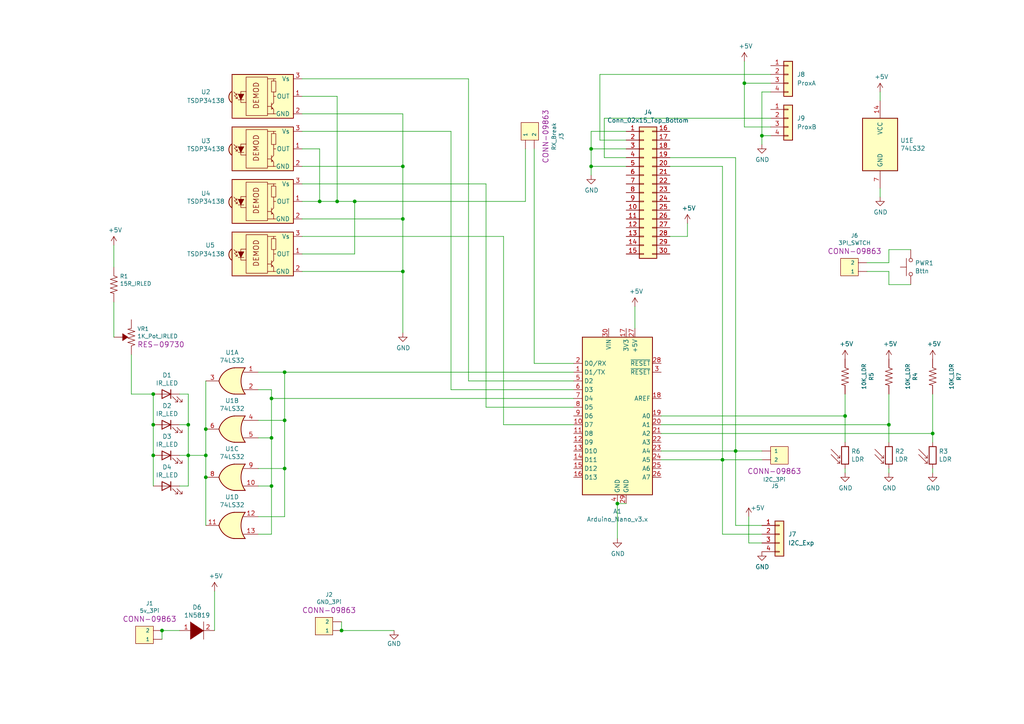
<source format=kicad_sch>
(kicad_sch (version 20230121) (generator eeschema)
  (paper "A4")
  (lib_symbols
    (symbol "74xx:74LS32" (pin_names (offset 1.016))
      (property "Reference" "U" (at 0 1.27 0))
      (property "Value" "74LS32" (at 0 -1.27 0))
      (symbol "74LS32_1_1"
        (arc (start -3.81 -3.81) (mid -2.589 0) (end -3.81 3.81) (stroke (width 0.254)))
        (arc (start -0.6096 -3.81) (mid 2.1842 -2.5851) (end 3.81 0) (stroke (width 0.254)) (fill (type background)))
        (polyline (pts (xy -3.81 -3.81) (xy -0.635 -3.81)) (stroke (width 0.254)) (fill (type background)))
        (polyline (pts (xy -3.81 3.81) (xy -0.635 3.81)) (stroke (width 0.254)) (fill (type background)))
        (polyline (pts (xy -0.635 3.81) (xy -3.81 3.81) (xy -3.81 3.81) (xy -3.556 3.4036) (xy -3.0226 2.2606) (xy -2.6924 1.0414) (xy -2.6162 -0.254) (xy -2.7686 -1.4986) (xy -3.175 -2.7178) (xy -3.81 -3.81) (xy -3.81 -3.81) (xy -0.635 -3.81)) (stroke (width -25.4)) (fill (type background)))
        (arc (start 3.81 0) (mid 2.1915 2.5936) (end -0.6096 3.81) (stroke (width 0.254)) (fill (type background)))
        (pin input line (at -7.62 2.54 0) (length 4.318) (name "~") (number "1"))
        (pin input line (at -7.62 -2.54 0) (length 4.318) (name "~") (number "2"))
        (pin output line (at 7.62 0 180) (length 3.81) (name "~") (number "3"))
      )
      (symbol "74LS32_1_2"
        (arc (start 0 -3.81) (mid 3.7934 0) (end 0 3.81) (stroke (width 0.254)) (fill (type background)))
        (polyline (pts (xy 0 3.81) (xy -3.81 3.81) (xy -3.81 -3.81) (xy 0 -3.81)) (stroke (width 0.254)) (fill (type background)))
        (pin input inverted (at -7.62 2.54 0) (length 3.81) (name "~") (number "1"))
        (pin input inverted (at -7.62 -2.54 0) (length 3.81) (name "~") (number "2"))
        (pin output inverted (at 7.62 0 180) (length 3.81) (name "~") (number "3"))
      )
      (symbol "74LS32_2_1"
        (arc (start -3.81 -3.81) (mid -2.589 0) (end -3.81 3.81) (stroke (width 0.254)))
        (arc (start -0.6096 -3.81) (mid 2.1842 -2.5851) (end 3.81 0) (stroke (width 0.254)) (fill (type background)))
        (polyline (pts (xy -3.81 -3.81) (xy -0.635 -3.81)) (stroke (width 0.254)) (fill (type background)))
        (polyline (pts (xy -3.81 3.81) (xy -0.635 3.81)) (stroke (width 0.254)) (fill (type background)))
        (polyline (pts (xy -0.635 3.81) (xy -3.81 3.81) (xy -3.81 3.81) (xy -3.556 3.4036) (xy -3.0226 2.2606) (xy -2.6924 1.0414) (xy -2.6162 -0.254) (xy -2.7686 -1.4986) (xy -3.175 -2.7178) (xy -3.81 -3.81) (xy -3.81 -3.81) (xy -0.635 -3.81)) (stroke (width -25.4)) (fill (type background)))
        (arc (start 3.81 0) (mid 2.1915 2.5936) (end -0.6096 3.81) (stroke (width 0.254)) (fill (type background)))
        (pin input line (at -7.62 2.54 0) (length 4.318) (name "~") (number "4"))
        (pin input line (at -7.62 -2.54 0) (length 4.318) (name "~") (number "5"))
        (pin output line (at 7.62 0 180) (length 3.81) (name "~") (number "6"))
      )
      (symbol "74LS32_2_2"
        (arc (start 0 -3.81) (mid 3.7934 0) (end 0 3.81) (stroke (width 0.254)) (fill (type background)))
        (polyline (pts (xy 0 3.81) (xy -3.81 3.81) (xy -3.81 -3.81) (xy 0 -3.81)) (stroke (width 0.254)) (fill (type background)))
        (pin input inverted (at -7.62 2.54 0) (length 3.81) (name "~") (number "4"))
        (pin input inverted (at -7.62 -2.54 0) (length 3.81) (name "~") (number "5"))
        (pin output inverted (at 7.62 0 180) (length 3.81) (name "~") (number "6"))
      )
      (symbol "74LS32_3_1"
        (arc (start -3.81 -3.81) (mid -2.589 0) (end -3.81 3.81) (stroke (width 0.254)))
        (arc (start -0.6096 -3.81) (mid 2.1842 -2.5851) (end 3.81 0) (stroke (width 0.254)) (fill (type background)))
        (polyline (pts (xy -3.81 -3.81) (xy -0.635 -3.81)) (stroke (width 0.254)) (fill (type background)))
        (polyline (pts (xy -3.81 3.81) (xy -0.635 3.81)) (stroke (width 0.254)) (fill (type background)))
        (polyline (pts (xy -0.635 3.81) (xy -3.81 3.81) (xy -3.81 3.81) (xy -3.556 3.4036) (xy -3.0226 2.2606) (xy -2.6924 1.0414) (xy -2.6162 -0.254) (xy -2.7686 -1.4986) (xy -3.175 -2.7178) (xy -3.81 -3.81) (xy -3.81 -3.81) (xy -0.635 -3.81)) (stroke (width -25.4)) (fill (type background)))
        (arc (start 3.81 0) (mid 2.1915 2.5936) (end -0.6096 3.81) (stroke (width 0.254)) (fill (type background)))
        (pin input line (at -7.62 -2.54 0) (length 4.318) (name "~") (number "10"))
        (pin output line (at 7.62 0 180) (length 3.81) (name "~") (number "8"))
        (pin input line (at -7.62 2.54 0) (length 4.318) (name "~") (number "9"))
      )
      (symbol "74LS32_3_2"
        (arc (start 0 -3.81) (mid 3.7934 0) (end 0 3.81) (stroke (width 0.254)) (fill (type background)))
        (polyline (pts (xy 0 3.81) (xy -3.81 3.81) (xy -3.81 -3.81) (xy 0 -3.81)) (stroke (width 0.254)) (fill (type background)))
        (pin input inverted (at -7.62 -2.54 0) (length 3.81) (name "~") (number "10"))
        (pin output inverted (at 7.62 0 180) (length 3.81) (name "~") (number "8"))
        (pin input inverted (at -7.62 2.54 0) (length 3.81) (name "~") (number "9"))
      )
      (symbol "74LS32_4_1"
        (arc (start -3.81 -3.81) (mid -2.589 0) (end -3.81 3.81) (stroke (width 0.254)))
        (arc (start -0.6096 -3.81) (mid 2.1842 -2.5851) (end 3.81 0) (stroke (width 0.254)) (fill (type background)))
        (polyline (pts (xy -3.81 -3.81) (xy -0.635 -3.81)) (stroke (width 0.254)) (fill (type background)))
        (polyline (pts (xy -3.81 3.81) (xy -0.635 3.81)) (stroke (width 0.254)) (fill (type background)))
        (polyline (pts (xy -0.635 3.81) (xy -3.81 3.81) (xy -3.81 3.81) (xy -3.556 3.4036) (xy -3.0226 2.2606) (xy -2.6924 1.0414) (xy -2.6162 -0.254) (xy -2.7686 -1.4986) (xy -3.175 -2.7178) (xy -3.81 -3.81) (xy -3.81 -3.81) (xy -0.635 -3.81)) (stroke (width -25.4)) (fill (type background)))
        (arc (start 3.81 0) (mid 2.1915 2.5936) (end -0.6096 3.81) (stroke (width 0.254)) (fill (type background)))
        (pin output line (at 7.62 0 180) (length 3.81) (name "~") (number "11"))
        (pin input line (at -7.62 2.54 0) (length 4.318) (name "~") (number "12"))
        (pin input line (at -7.62 -2.54 0) (length 4.318) (name "~") (number "13"))
      )
      (symbol "74LS32_4_2"
        (arc (start 0 -3.81) (mid 3.7934 0) (end 0 3.81) (stroke (width 0.254)) (fill (type background)))
        (polyline (pts (xy 0 3.81) (xy -3.81 3.81) (xy -3.81 -3.81) (xy 0 -3.81)) (stroke (width 0.254)) (fill (type background)))
        (pin output inverted (at 7.62 0 180) (length 3.81) (name "~") (number "11"))
        (pin input inverted (at -7.62 2.54 0) (length 3.81) (name "~") (number "12"))
        (pin input inverted (at -7.62 -2.54 0) (length 3.81) (name "~") (number "13"))
      )
      (symbol "74LS32_5_0"
        (pin power_in line (at 0 12.7 270) (length 5.08) (name "VCC") (number "14"))
        (pin power_in line (at 0 -12.7 90) (length 5.08) (name "GND") (number "7"))
      )
      (symbol "74LS32_5_1"
        (rectangle (start -5.08 7.62) (end 5.08 -7.62) (stroke (width 0.254)) (fill (type background)))
      )
    )
    (symbol "CONN_02JST-PTH-2_1" (pin_numbers hide) (pin_names (offset 1.016))
      (property "Reference" "J" (at -5.08 5.08 0))
      (property "Value" "SparkFun-Connectors_CONN_02JST-PTH-2" (at -5.08 -3.81 0))
      (property "Field4" "CONN-09863" (at 0 8.89 0))
      (symbol "CONN_02JST-PTH-2_1_1_0"
        (rectangle (start 0 -1.27) (end -5.08 3.81) (fill (type background)))
      )
      (symbol "CONN_02JST-PTH-2_1_1_1"
        (pin passive line (at 2.54 0 180) (length 2.54) (name "1") (number "1"))
        (pin passive line (at 2.54 2.54 180) (length 2.54) (name "2") (number "2"))
      )
    )
    (symbol "CONN_02JST-PTH-2_2" (pin_numbers hide) (pin_names (offset 1.016))
      (property "Reference" "J" (at -5.08 5.08 0))
      (property "Value" "SparkFun-Connectors_CONN_02JST-PTH-2" (at -5.08 -3.81 0))
      (property "Field4" "CONN-09863" (at 0 8.89 0))
      (symbol "CONN_02JST-PTH-2_2_1_0"
        (rectangle (start 0 -1.27) (end -5.08 3.81) (fill (type background)))
      )
      (symbol "CONN_02JST-PTH-2_2_1_1"
        (pin passive line (at 2.54 0 180) (length 2.54) (name "1") (number "1"))
        (pin passive line (at 2.54 2.54 180) (length 2.54) (name "2") (number "2"))
      )
    )
    (symbol "CONN_02JST-PTH-2_3" (pin_numbers hide) (pin_names (offset 1.016))
      (property "Reference" "J" (at -5.08 5.08 0))
      (property "Value" "SparkFun-Connectors_CONN_02JST-PTH-2" (at -5.08 -3.81 0))
      (property "Field4" "CONN-09863" (at 0 8.89 0))
      (symbol "CONN_02JST-PTH-2_3_1_0"
        (rectangle (start 0 -1.27) (end -5.08 3.81) (fill (type background)))
      )
      (symbol "CONN_02JST-PTH-2_3_1_1"
        (pin passive line (at 2.54 0 180) (length 2.54) (name "1") (number "1"))
        (pin passive line (at 2.54 2.54 180) (length 2.54) (name "2") (number "2"))
      )
    )
    (symbol "CONN_02JST-PTH-2_4" (pin_numbers hide) (pin_names (offset 1.016))
      (property "Reference" "J" (at -5.08 5.08 0))
      (property "Value" "SparkFun-Connectors_CONN_02JST-PTH-2" (at -5.08 -3.81 0))
      (property "Field4" "CONN-09863" (at 0 8.89 0))
      (symbol "CONN_02JST-PTH-2_4_1_0"
        (rectangle (start 0 -1.27) (end -5.08 3.81) (fill (type background)))
      )
      (symbol "CONN_02JST-PTH-2_4_1_1"
        (pin passive line (at 2.54 0 180) (length 2.54) (name "1") (number "1"))
        (pin passive line (at 2.54 2.54 180) (length 2.54) (name "2") (number "2"))
      )
    )
    (symbol "CONN_02JST-PTH-2_5" (pin_numbers hide) (pin_names (offset 1.016))
      (property "Reference" "J" (at -5.08 5.08 0))
      (property "Value" "SparkFun-Connectors_CONN_02JST-PTH-2" (at -5.08 -3.81 0))
      (property "Field4" "CONN-09863" (at 0 8.89 0))
      (symbol "CONN_02JST-PTH-2_5_1_0"
        (rectangle (start 0 -1.27) (end -5.08 3.81) (fill (type background)))
      )
      (symbol "CONN_02JST-PTH-2_5_1_1"
        (pin passive line (at 2.54 0 180) (length 2.54) (name "1") (number "1"))
        (pin passive line (at 2.54 2.54 180) (length 2.54) (name "2") (number "2"))
      )
    )
    (symbol "Connector_Generic:Conn_01x04" (pin_names (offset 1.016) hide)
      (property "Reference" "J" (at 0 5.08 0))
      (property "Value" "Conn_01x04" (at 0 -7.62 0))
      (symbol "Conn_01x04_1_1"
        (rectangle (start -1.27 -4.953) (end 0 -5.207) (stroke (width 0.1524)))
        (rectangle (start -1.27 -2.413) (end 0 -2.667) (stroke (width 0.1524)))
        (rectangle (start -1.27 0.127) (end 0 -0.127) (stroke (width 0.1524)))
        (rectangle (start -1.27 2.667) (end 0 2.413) (stroke (width 0.1524)))
        (rectangle (start -1.27 3.81) (end 1.27 -6.35) (stroke (width 0.254)) (fill (type background)))
        (pin passive line (at -5.08 2.54 0) (length 3.81) (name "Pin_1") (number "1"))
        (pin passive line (at -5.08 0 0) (length 3.81) (name "Pin_2") (number "2"))
        (pin passive line (at -5.08 -2.54 0) (length 3.81) (name "Pin_3") (number "3"))
        (pin passive line (at -5.08 -5.08 0) (length 3.81) (name "Pin_4") (number "4"))
      )
    )
    (symbol "Connector_Generic:Conn_02x15_Top_Bottom" (pin_names (offset 1.016) hide)
      (property "Reference" "J" (at 1.27 20.32 0))
      (property "Value" "Conn_02x15_Top_Bottom" (at 1.27 -20.32 0))
      (symbol "Conn_02x15_Top_Bottom_1_1"
        (rectangle (start -1.27 -17.653) (end 0 -17.907) (stroke (width 0.1524)))
        (rectangle (start -1.27 -15.113) (end 0 -15.367) (stroke (width 0.1524)))
        (rectangle (start -1.27 -12.573) (end 0 -12.827) (stroke (width 0.1524)))
        (rectangle (start -1.27 -10.033) (end 0 -10.287) (stroke (width 0.1524)))
        (rectangle (start -1.27 -7.493) (end 0 -7.747) (stroke (width 0.1524)))
        (rectangle (start -1.27 -4.953) (end 0 -5.207) (stroke (width 0.1524)))
        (rectangle (start -1.27 -2.413) (end 0 -2.667) (stroke (width 0.1524)))
        (rectangle (start -1.27 0.127) (end 0 -0.127) (stroke (width 0.1524)))
        (rectangle (start -1.27 2.667) (end 0 2.413) (stroke (width 0.1524)))
        (rectangle (start -1.27 5.207) (end 0 4.953) (stroke (width 0.1524)))
        (rectangle (start -1.27 7.747) (end 0 7.493) (stroke (width 0.1524)))
        (rectangle (start -1.27 10.287) (end 0 10.033) (stroke (width 0.1524)))
        (rectangle (start -1.27 12.827) (end 0 12.573) (stroke (width 0.1524)))
        (rectangle (start -1.27 15.367) (end 0 15.113) (stroke (width 0.1524)))
        (rectangle (start -1.27 17.907) (end 0 17.653) (stroke (width 0.1524)))
        (rectangle (start -1.27 19.05) (end 3.81 -19.05) (stroke (width 0.254)) (fill (type background)))
        (rectangle (start 3.81 -17.653) (end 2.54 -17.907) (stroke (width 0.1524)))
        (rectangle (start 3.81 -15.113) (end 2.54 -15.367) (stroke (width 0.1524)))
        (rectangle (start 3.81 -12.573) (end 2.54 -12.827) (stroke (width 0.1524)))
        (rectangle (start 3.81 -10.033) (end 2.54 -10.287) (stroke (width 0.1524)))
        (rectangle (start 3.81 -7.493) (end 2.54 -7.747) (stroke (width 0.1524)))
        (rectangle (start 3.81 -4.953) (end 2.54 -5.207) (stroke (width 0.1524)))
        (rectangle (start 3.81 -2.413) (end 2.54 -2.667) (stroke (width 0.1524)))
        (rectangle (start 3.81 0.127) (end 2.54 -0.127) (stroke (width 0.1524)))
        (rectangle (start 3.81 2.667) (end 2.54 2.413) (stroke (width 0.1524)))
        (rectangle (start 3.81 5.207) (end 2.54 4.953) (stroke (width 0.1524)))
        (rectangle (start 3.81 7.747) (end 2.54 7.493) (stroke (width 0.1524)))
        (rectangle (start 3.81 10.287) (end 2.54 10.033) (stroke (width 0.1524)))
        (rectangle (start 3.81 12.827) (end 2.54 12.573) (stroke (width 0.1524)))
        (rectangle (start 3.81 15.367) (end 2.54 15.113) (stroke (width 0.1524)))
        (rectangle (start 3.81 17.907) (end 2.54 17.653) (stroke (width 0.1524)))
        (pin passive line (at -5.08 17.78 0) (length 3.81) (name "Pin_1") (number "1"))
        (pin passive line (at -5.08 -5.08 0) (length 3.81) (name "Pin_10") (number "10"))
        (pin passive line (at -5.08 -7.62 0) (length 3.81) (name "Pin_11") (number "11"))
        (pin passive line (at -5.08 -10.16 0) (length 3.81) (name "Pin_12") (number "12"))
        (pin passive line (at -5.08 -12.7 0) (length 3.81) (name "Pin_13") (number "13"))
        (pin passive line (at -5.08 -15.24 0) (length 3.81) (name "Pin_14") (number "14"))
        (pin passive line (at -5.08 -17.78 0) (length 3.81) (name "Pin_15") (number "15"))
        (pin passive line (at 7.62 17.78 180) (length 3.81) (name "Pin_16") (number "16"))
        (pin passive line (at 7.62 15.24 180) (length 3.81) (name "Pin_17") (number "17"))
        (pin passive line (at 7.62 12.7 180) (length 3.81) (name "Pin_18") (number "18"))
        (pin passive line (at 7.62 10.16 180) (length 3.81) (name "Pin_19") (number "19"))
        (pin passive line (at -5.08 15.24 0) (length 3.81) (name "Pin_2") (number "2"))
        (pin passive line (at 7.62 7.62 180) (length 3.81) (name "Pin_20") (number "20"))
        (pin passive line (at 7.62 5.08 180) (length 3.81) (name "Pin_21") (number "21"))
        (pin passive line (at 7.62 2.54 180) (length 3.81) (name "Pin_22") (number "22"))
        (pin passive line (at 7.62 0 180) (length 3.81) (name "Pin_23") (number "23"))
        (pin passive line (at 7.62 -2.54 180) (length 3.81) (name "Pin_24") (number "24"))
        (pin passive line (at 7.62 -5.08 180) (length 3.81) (name "Pin_25") (number "25"))
        (pin passive line (at 7.62 -7.62 180) (length 3.81) (name "Pin_26") (number "26"))
        (pin passive line (at 7.62 -10.16 180) (length 3.81) (name "Pin_27") (number "27"))
        (pin passive line (at 7.62 -12.7 180) (length 3.81) (name "Pin_28") (number "28"))
        (pin passive line (at 7.62 -15.24 180) (length 3.81) (name "Pin_29") (number "29"))
        (pin passive line (at -5.08 12.7 0) (length 3.81) (name "Pin_3") (number "3"))
        (pin passive line (at 7.62 -17.78 180) (length 3.81) (name "Pin_30") (number "30"))
        (pin passive line (at -5.08 10.16 0) (length 3.81) (name "Pin_4") (number "4"))
        (pin passive line (at -5.08 7.62 0) (length 3.81) (name "Pin_5") (number "5"))
        (pin passive line (at -5.08 5.08 0) (length 3.81) (name "Pin_6") (number "6"))
        (pin passive line (at -5.08 2.54 0) (length 3.81) (name "Pin_7") (number "7"))
        (pin passive line (at -5.08 0 0) (length 3.81) (name "Pin_8") (number "8"))
        (pin passive line (at -5.08 -2.54 0) (length 3.81) (name "Pin_9") (number "9"))
      )
    )
    (symbol "Device:LED" (pin_numbers hide) (pin_names (offset 1.016) hide)
      (property "Reference" "D" (at 0 2.54 0))
      (property "Value" "LED" (at 0 -2.54 0))
      (symbol "LED_0_1"
        (polyline (pts (xy -1.27 -1.27) (xy -1.27 1.27)) (stroke (width 0.254)))
        (polyline (pts (xy -1.27 0) (xy 1.27 0)))
        (polyline (pts (xy 1.27 -1.27) (xy 1.27 1.27) (xy -1.27 0) (xy 1.27 -1.27)) (stroke (width 0.254)))
        (polyline (pts (xy -3.048 -0.762) (xy -4.572 -2.286) (xy -3.81 -2.286) (xy -4.572 -2.286) (xy -4.572 -1.524)))
        (polyline (pts (xy -1.778 -0.762) (xy -3.302 -2.286) (xy -2.54 -2.286) (xy -3.302 -2.286) (xy -3.302 -1.524)))
      )
      (symbol "LED_1_1"
        (pin passive line (at -3.81 0 0) (length 2.54) (name "K") (number "1"))
        (pin passive line (at 3.81 0 180) (length 2.54) (name "A") (number "2"))
      )
    )
    (symbol "Device:R_PHOTO" (pin_numbers hide) (pin_names (offset 0))
      (property "Reference" "R" (at 1.27 1.27 0))
      (property "Value" "Device_R_PHOTO" (at 1.27 0 0))
      (symbol "R_PHOTO_0_1"
        (rectangle (start -1.016 2.54) (end 1.016 -2.54) (stroke (width 0.254)))
        (polyline (pts (xy -1.524 -2.286) (xy -4.064 0.254)))
        (polyline (pts (xy -1.524 -2.286) (xy -2.286 -2.286)))
        (polyline (pts (xy -1.524 -2.286) (xy -1.524 -1.524)))
        (polyline (pts (xy -1.524 -0.762) (xy -4.064 1.778)))
        (polyline (pts (xy -1.524 -0.762) (xy -2.286 -0.762)))
        (polyline (pts (xy -1.524 -0.762) (xy -1.524 0)))
      )
      (symbol "R_PHOTO_1_1"
        (pin passive line (at 0 3.81 270) (length 1.27) (name "~") (number "1"))
        (pin passive line (at 0 -3.81 90) (length 1.27) (name "~") (number "2"))
      )
    )
    (symbol "Interface_Optical:TSOP34S40F" (pin_names (offset 1.016))
      (property "Reference" "U" (at -10.16 7.62 0))
      (property "Value" "TSOP34S40F" (at -10.16 -7.62 0))
      (symbol "TSOP34S40F_0_0"
        (arc (start -10.287 1.397) (mid -11.0899 -0.1852) (end -10.287 -1.778) (stroke (width 0.254)) (fill (type background)))
        (polyline (pts (xy 1.905 -5.08) (xy 0.127 -5.08)))
        (polyline (pts (xy 1.905 5.08) (xy 0.127 5.08)))
        (text "DEMOD" (at -3.175 0.254 900) (effects (font (size 1.524 1.524))))
      )
      (symbol "TSOP34S40F_0_1"
        (rectangle (start -6.096 5.588) (end 0.127 -5.588))
        (polyline (pts (xy -8.763 0.381) (xy -9.652 1.27)))
        (polyline (pts (xy -8.763 0.381) (xy -9.271 0.381)))
        (polyline (pts (xy -8.763 0.381) (xy -8.763 0.889)))
        (polyline (pts (xy -8.636 -0.635) (xy -9.525 0.254)))
        (polyline (pts (xy -8.636 -0.635) (xy -9.144 -0.635)))
        (polyline (pts (xy -8.636 -0.635) (xy -8.636 -0.127)))
        (polyline (pts (xy -8.382 -1.016) (xy -6.731 -1.016)))
        (polyline (pts (xy 1.27 -2.921) (xy 0.127 -2.921)))
        (polyline (pts (xy 1.27 -1.905) (xy 1.27 -3.81)))
        (polyline (pts (xy 1.397 -3.556) (xy 1.524 -3.556)))
        (polyline (pts (xy 1.651 -3.556) (xy 1.524 -3.556)))
        (polyline (pts (xy 1.651 -3.556) (xy 1.651 -3.302)))
        (polyline (pts (xy 1.905 0) (xy 1.905 1.27)))
        (polyline (pts (xy 1.905 4.445) (xy 1.905 5.08) (xy 2.54 5.08)))
        (polyline (pts (xy -8.382 0.635) (xy -6.731 0.635) (xy -7.62 -1.016) (xy -8.382 0.635)) (fill (type outline)))
        (polyline (pts (xy -6.096 1.397) (xy -7.62 1.397) (xy -7.62 -1.778) (xy -6.096 -1.778)))
        (polyline (pts (xy 1.27 -3.175) (xy 1.905 -3.81) (xy 1.905 -5.08) (xy 2.54 -5.08)))
        (polyline (pts (xy 1.27 -2.54) (xy 1.905 -1.905) (xy 1.905 0) (xy 2.54 0)))
        (rectangle (start 2.54 1.27) (end 1.27 4.445))
        (rectangle (start 7.62 6.35) (end -10.16 -6.35) (stroke (width 0.254)) (fill (type background)))
      )
      (symbol "TSOP34S40F_1_1"
        (pin output line (at 10.16 0 180) (length 2.54) (name "OUT") (number "1"))
        (pin power_in line (at 10.16 -5.08 180) (length 2.54) (name "GND") (number "2"))
        (pin power_in line (at 10.16 5.08 180) (length 2.54) (name "Vs") (number "3"))
      )
    )
    (symbol "MCU_Module:Arduino_Nano_v3.x"
      (property "Reference" "A" (at -10.16 23.495 0))
      (property "Value" "Arduino_Nano_v3.x" (at 5.08 -24.13 0))
      (symbol "Arduino_Nano_v3.x_0_1"
        (rectangle (start -10.16 22.86) (end 10.16 -22.86) (stroke (width 0.254)) (fill (type background)))
      )
      (symbol "Arduino_Nano_v3.x_1_1"
        (pin bidirectional line (at -12.7 12.7 0) (length 2.54) (name "D1/TX") (number "1"))
        (pin bidirectional line (at -12.7 -2.54 0) (length 2.54) (name "D7") (number "10"))
        (pin bidirectional line (at -12.7 -5.08 0) (length 2.54) (name "D8") (number "11"))
        (pin bidirectional line (at -12.7 -7.62 0) (length 2.54) (name "D9") (number "12"))
        (pin bidirectional line (at -12.7 -10.16 0) (length 2.54) (name "D10") (number "13"))
        (pin bidirectional line (at -12.7 -12.7 0) (length 2.54) (name "D11") (number "14"))
        (pin bidirectional line (at -12.7 -15.24 0) (length 2.54) (name "D12") (number "15"))
        (pin bidirectional line (at -12.7 -17.78 0) (length 2.54) (name "D13") (number "16"))
        (pin power_out line (at 2.54 25.4 270) (length 2.54) (name "3V3") (number "17"))
        (pin input line (at 12.7 5.08 180) (length 2.54) (name "AREF") (number "18"))
        (pin bidirectional line (at 12.7 0 180) (length 2.54) (name "A0") (number "19"))
        (pin bidirectional line (at -12.7 15.24 0) (length 2.54) (name "D0/RX") (number "2"))
        (pin bidirectional line (at 12.7 -2.54 180) (length 2.54) (name "A1") (number "20"))
        (pin bidirectional line (at 12.7 -5.08 180) (length 2.54) (name "A2") (number "21"))
        (pin bidirectional line (at 12.7 -7.62 180) (length 2.54) (name "A3") (number "22"))
        (pin bidirectional line (at 12.7 -10.16 180) (length 2.54) (name "A4") (number "23"))
        (pin bidirectional line (at 12.7 -12.7 180) (length 2.54) (name "A5") (number "24"))
        (pin bidirectional line (at 12.7 -15.24 180) (length 2.54) (name "A6") (number "25"))
        (pin bidirectional line (at 12.7 -17.78 180) (length 2.54) (name "A7") (number "26"))
        (pin power_out line (at 5.08 25.4 270) (length 2.54) (name "+5V") (number "27"))
        (pin input line (at 12.7 15.24 180) (length 2.54) (name "~{RESET}") (number "28"))
        (pin power_in line (at 2.54 -25.4 90) (length 2.54) (name "GND") (number "29"))
        (pin input line (at 12.7 12.7 180) (length 2.54) (name "~{RESET}") (number "3"))
        (pin power_in line (at -2.54 25.4 270) (length 2.54) (name "VIN") (number "30"))
        (pin power_in line (at 0 -25.4 90) (length 2.54) (name "GND") (number "4"))
        (pin bidirectional line (at -12.7 10.16 0) (length 2.54) (name "D2") (number "5"))
        (pin bidirectional line (at -12.7 7.62 0) (length 2.54) (name "D3") (number "6"))
        (pin bidirectional line (at -12.7 5.08 0) (length 2.54) (name "D4") (number "7"))
        (pin bidirectional line (at -12.7 2.54 0) (length 2.54) (name "D5") (number "8"))
        (pin bidirectional line (at -12.7 0 0) (length 2.54) (name "D6") (number "9"))
      )
    )
    (symbol "RESISTOR0402_1" (pin_numbers hide) (pin_names (offset 1.016) hide)
      (property "Reference" "R" (at -5.08 1.27 0))
      (property "Value" "SparkFun-Resistors_RESISTOR0402" (at -5.08 -3.81 0))
      (property "Field4" " " (at 0 5.08 0))
      (symbol "RESISTOR0402_1_1_0"
        (polyline (pts (xy -2.54 0) (xy -2.159 1.016)))
        (polyline (pts (xy -2.159 1.016) (xy -1.524 -1.016)))
        (polyline (pts (xy -1.524 -1.016) (xy -0.889 1.016)))
        (polyline (pts (xy -0.889 1.016) (xy -0.254 -1.016)))
        (polyline (pts (xy -0.254 -1.016) (xy 0.381 1.016)))
        (polyline (pts (xy 0.381 1.016) (xy 1.016 -1.016)))
        (polyline (pts (xy 1.016 -1.016) (xy 1.651 1.016)))
        (polyline (pts (xy 1.651 1.016) (xy 2.286 -1.016)))
        (polyline (pts (xy 2.286 -1.016) (xy 2.54 0)))
      )
      (symbol "RESISTOR0402_1_1_1"
        (pin passive line (at -5.08 0 0) (length 2.54) (name "1") (number "1"))
        (pin passive line (at 5.08 0 180) (length 2.54) (name "2") (number "2"))
      )
    )
    (symbol "RESISTOR0402_2" (pin_numbers hide) (pin_names (offset 1.016) hide)
      (property "Reference" "R" (at -5.08 1.27 0))
      (property "Value" "SparkFun-Resistors_RESISTOR0402" (at -5.08 -3.81 0))
      (property "Field4" " " (at 0 5.08 0))
      (symbol "RESISTOR0402_2_1_0"
        (polyline (pts (xy -2.54 0) (xy -2.159 1.016)))
        (polyline (pts (xy -2.159 1.016) (xy -1.524 -1.016)))
        (polyline (pts (xy -1.524 -1.016) (xy -0.889 1.016)))
        (polyline (pts (xy -0.889 1.016) (xy -0.254 -1.016)))
        (polyline (pts (xy -0.254 -1.016) (xy 0.381 1.016)))
        (polyline (pts (xy 0.381 1.016) (xy 1.016 -1.016)))
        (polyline (pts (xy 1.016 -1.016) (xy 1.651 1.016)))
        (polyline (pts (xy 1.651 1.016) (xy 2.286 -1.016)))
        (polyline (pts (xy 2.286 -1.016) (xy 2.54 0)))
      )
      (symbol "RESISTOR0402_2_1_1"
        (pin passive line (at -5.08 0 0) (length 2.54) (name "1") (number "1"))
        (pin passive line (at 5.08 0 180) (length 2.54) (name "2") (number "2"))
      )
    )
    (symbol "SparkFun-Connectors:CONN_02JST-PTH-2" (pin_numbers hide) (pin_names (offset 1.016))
      (property "Reference" "J" (at -5.08 5.08 0))
      (property "Value" "SparkFun-Connectors_CONN_02JST-PTH-2" (at -5.08 -3.81 0))
      (property "Field4" "CONN-09863" (at 0 8.89 0))
      (symbol "CONN_02JST-PTH-2_1_0"
        (rectangle (start 0 -1.27) (end -5.08 3.81) (fill (type background)))
      )
      (symbol "CONN_02JST-PTH-2_1_1"
        (pin passive line (at 2.54 0 180) (length 2.54) (name "1") (number "1"))
        (pin passive line (at 2.54 2.54 180) (length 2.54) (name "2") (number "2"))
      )
    )
    (symbol "SparkFun-LED:LED-RGB-CCCLEAR" (pin_names (offset 1.016) hide)
      (property "Reference" "D" (at -7.62 6.35 0))
      (property "Value" "SparkFun-LED_LED-RGB-CCCLEAR" (at -7.62 -7.62 0))
      (property "Field4" "DIO-08418" (at 0 10.16 0))
      (symbol "LED-RGB-CCCLEAR_1_0"
        (polyline (pts (xy 1.27 0) (xy 0 0)))
        (polyline (pts (xy 2.54 0) (xy 2.54 -1.27)))
        (polyline (pts (xy 2.54 0) (xy 3.81 0)))
        (polyline (pts (xy 2.54 1.27) (xy 2.54 0)))
      )
      (symbol "LED-RGB-CCCLEAR_1_1"
        (polyline (pts (xy 1.27 1.27) (xy 1.27 0) (xy 1.27 -1.27) (xy 2.54 0) (xy 1.27 1.27)) (fill (type background)))
        (polyline (pts (xy 10.16 5.08) (xy 10.16 -5.08) (xy -7.62 -5.08) (xy -7.62 5.08) (xy 10.16 5.08)) (fill (type background)))
        (pin bidirectional line (at -10.16 2.54 0) (length 2.54) (name "RED") (number "1"))
        (pin bidirectional line (at 12.7 0 180) (length 2.54) (name "C") (number "2"))
        (pin bidirectional line (at -10.16 -2.54 0) (length 2.54) (name "GRN") (number "3"))
        (pin bidirectional line (at -10.16 0 0) (length 2.54) (name "BLU") (number "4"))
      )
    )
    (symbol "SparkFun-Resistors:RESISTOR0402" (pin_numbers hide) (pin_names (offset 1.016) hide)
      (property "Reference" "R" (at -5.08 1.27 0))
      (property "Value" "SparkFun-Resistors_RESISTOR0402" (at -5.08 -3.81 0))
      (property "Field4" " " (at 0 5.08 0))
      (symbol "RESISTOR0402_1_0"
        (polyline (pts (xy -2.54 0) (xy -2.159 1.016)))
        (polyline (pts (xy -2.159 1.016) (xy -1.524 -1.016)))
        (polyline (pts (xy -1.524 -1.016) (xy -0.889 1.016)))
        (polyline (pts (xy -0.889 1.016) (xy -0.254 -1.016)))
        (polyline (pts (xy -0.254 -1.016) (xy 0.381 1.016)))
        (polyline (pts (xy 0.381 1.016) (xy 1.016 -1.016)))
        (polyline (pts (xy 1.016 -1.016) (xy 1.651 1.016)))
        (polyline (pts (xy 1.651 1.016) (xy 2.286 -1.016)))
        (polyline (pts (xy 2.286 -1.016) (xy 2.54 0)))
      )
      (symbol "RESISTOR0402_1_1"
        (pin passive line (at -5.08 0 0) (length 2.54) (name "1") (number "1"))
        (pin passive line (at 5.08 0 180) (length 2.54) (name "2") (number "2"))
      )
    )
    (symbol "SparkFun-Resistors:TRIMPOT-PTH-10MM-KNOB-1_2W-10%" (pin_numbers hide) (pin_names (offset 1.016) hide)
      (property "Reference" "VR" (at -1.27 -5.08 90))
      (property "Value" "SparkFun-Resistors_TRIMPOT-PTH-10MM-KNOB-1_2W-10%" (at 5.08 1.27 90))
      (property "Field4" "RES-09730" (at -5.08 0 90))
      (symbol "TRIMPOT-PTH-10MM-KNOB-1_2W-10%_1_0"
        (polyline (pts (xy -1.016 -2.159) (xy 1.016 -1.524)))
        (polyline (pts (xy -1.016 -0.889) (xy 1.016 -0.254)))
        (polyline (pts (xy -1.016 0.381) (xy 1.016 1.016)))
        (polyline (pts (xy -1.016 1.651) (xy 1.016 2.286)))
        (polyline (pts (xy 0 -2.54) (xy -1.016 -2.159)))
        (polyline (pts (xy 1.016 -1.524) (xy -1.016 -0.889)))
        (polyline (pts (xy 1.016 -0.254) (xy -1.016 0.381)))
        (polyline (pts (xy 1.016 1.016) (xy -1.016 1.651)))
        (polyline (pts (xy 1.016 2.286) (xy 0 2.54)))
      )
      (symbol "TRIMPOT-PTH-10MM-KNOB-1_2W-10%_1_1"
        (polyline (pts (xy 1.016 0) (xy 2.54 -1.016) (xy 2.54 -1.016) (xy 2.54 1.016) (xy 2.54 1.016) (xy 1.016 0)) (fill (type outline)))
        (pin passive line (at 0 5.08 270) (length 2.54) (name "CCW") (number "1"))
        (pin passive line (at 5.08 0 180) (length 2.54) (name "WIPER") (number "2"))
        (pin passive line (at 0 -5.08 90) (length 2.54) (name "CW") (number "3"))
      )
    )
    (symbol "Switch:SW_Push" (pin_numbers hide) (pin_names (offset 1.016) hide)
      (property "Reference" "SW" (at 1.27 2.54 0))
      (property "Value" "SW_Push" (at 0 -1.524 0))
      (symbol "SW_Push_0_1"
        (circle (center -2.032 0) (radius 0.508))
        (polyline (pts (xy 0 1.27) (xy 0 3.048)))
        (polyline (pts (xy 2.54 1.27) (xy -2.54 1.27)))
        (circle (center 2.032 0) (radius 0.508))
        (pin passive line (at -5.08 0 0) (length 2.54) (name "1") (number "1"))
        (pin passive line (at 5.08 0 180) (length 2.54) (name "2") (number "2"))
      )
    )
    (symbol "TRIMPOT-PTH-10MM-KNOB-1_2W-10%_1" (pin_numbers hide) (pin_names (offset 1.016) hide)
      (property "Reference" "VR" (at -1.27 -5.08 90))
      (property "Value" "SparkFun-Resistors_TRIMPOT-PTH-10MM-KNOB-1_2W-10%" (at 5.08 1.27 90))
      (property "Field4" "RES-09730" (at -5.08 0 90))
      (symbol "TRIMPOT-PTH-10MM-KNOB-1_2W-10%_1_1_0"
        (polyline (pts (xy -1.016 -2.159) (xy 1.016 -1.524)))
        (polyline (pts (xy -1.016 -0.889) (xy 1.016 -0.254)))
        (polyline (pts (xy -1.016 0.381) (xy 1.016 1.016)))
        (polyline (pts (xy -1.016 1.651) (xy 1.016 2.286)))
        (polyline (pts (xy 0 -2.54) (xy -1.016 -2.159)))
        (polyline (pts (xy 1.016 -1.524) (xy -1.016 -0.889)))
        (polyline (pts (xy 1.016 -0.254) (xy -1.016 0.381)))
        (polyline (pts (xy 1.016 1.016) (xy -1.016 1.651)))
        (polyline (pts (xy 1.016 2.286) (xy 0 2.54)))
      )
      (symbol "TRIMPOT-PTH-10MM-KNOB-1_2W-10%_1_1_1"
        (polyline (pts (xy 1.016 0) (xy 2.54 -1.016) (xy 2.54 -1.016) (xy 2.54 1.016) (xy 2.54 1.016) (xy 1.016 0)) (fill (type outline)))
        (pin passive line (at 0 5.08 270) (length 2.54) (name "CCW") (number "1"))
        (pin passive line (at 5.08 0 180) (length 2.54) (name "WIPER") (number "2"))
        (pin passive line (at 0 -5.08 90) (length 2.54) (name "CW") (number "3"))
      )
    )
    (symbol "power:+5V" (power) (pin_names (offset 0))
      (property "Value" "+5V" (at 0 3.556 0))
      (symbol "+5V_0_1"
        (polyline (pts (xy -0.762 1.27) (xy 0 2.54)))
        (polyline (pts (xy 0 0) (xy 0 2.54)))
        (polyline (pts (xy 0 2.54) (xy 0.762 1.27)))
      )
      (symbol "+5V_1_1"
        (pin power_in line (at 0 0 90) (length 0) hide (name "+5V") (number "1"))
      )
    )
    (symbol "power:GND" (power) (pin_names (offset 0))
      (property "Value" "GND" (at 0 -3.81 0))
      (symbol "GND_0_1"
        (polyline (pts (xy 0 0) (xy 0 -1.27) (xy 1.27 -1.27) (xy 0 -2.54) (xy -1.27 -1.27) (xy 0 -1.27)))
      )
      (symbol "GND_1_1"
        (pin power_in line (at 0 0 270) (length 0) hide (name "GND") (number "1"))
      )
    )
    (symbol "pspice:DIODE" (pin_names (offset 1.016) hide)
      (property "Reference" "D" (at 0 3.81 0))
      (property "Value" "pspice_DIODE" (at 0 -4.445 0))
      (symbol "DIODE_0_1"
        (polyline (pts (xy 1.905 2.54) (xy 1.905 -2.54)))
        (polyline (pts (xy -1.905 2.54) (xy -1.905 -2.54) (xy 1.905 0)) (fill (type outline)))
      )
      (symbol "DIODE_1_1"
        (pin input line (at -5.08 0 0) (length 3.81) (name "K") (number "1"))
        (pin input line (at 5.08 0 180) (length 3.81) (name "A") (number "2"))
      )
    )
  )
  (junction (at 59.69 132.08))
  (junction (at 54.61 123.19))
  (junction (at 59.69 124.46))
  (junction (at 78.74 127))
  (junction (at 97.79 58.42))
  (junction (at 171.45 48.26))
  (junction (at 46.99 182.88))
  (junction (at 82.55 107.95))
  (junction (at 44.45 114.3))
  (junction (at 44.45 132.08))
  (junction (at 209.55 133.35))
  (junction (at 257.81 123.19))
  (junction (at 102.87 58.42))
  (junction (at 54.61 132.08))
  (junction (at 44.45 123.19))
  (junction (at 270.51 125.73))
  (junction (at 116.84 48.26))
  (junction (at 171.45 43.18))
  (junction (at 82.55 135.89))
  (junction (at 220.98 39.37))
  (junction (at 78.74 115.57))
  (junction (at 92.71 58.42))
  (junction (at 215.9 24.13))
  (junction (at 99.06 182.88))
  (junction (at 82.55 121.92))
  (junction (at 245.11 120.65))
  (junction (at 213.36 130.81))
  (junction (at 59.69 138.43))
  (junction (at 116.84 63.5))
  (junction (at 116.84 78.74))
  (junction (at 179.07 146.05))
  (junction (at 78.74 140.97))
  (wire (pts (xy 59.69 110.49) (xy 59.69 124.46)))
  (wire (pts (xy 52.07 132.08) (xy 54.61 132.08)))
  (wire (pts (xy 130.81 38.1) (xy 130.81 113.03)))
  (wire (pts (xy 184.15 95.25) (xy 184.15 88.9)))
  (wire (pts (xy 82.55 135.89) (xy 74.93 135.89)))
  (wire (pts (xy 87.63 48.26) (xy 116.84 48.26)))
  (wire (pts (xy 217.17 157.48) (xy 217.17 149.86)))
  (wire (pts (xy 270.51 125.73) (xy 270.51 128.27)))
  (wire (pts (xy 87.63 58.42) (xy 92.71 58.42)))
  (wire (pts (xy 191.77 120.65) (xy 245.11 120.65)))
  (wire (pts (xy 220.98 26.67) (xy 220.98 39.37)))
  (wire (pts (xy 82.55 121.92) (xy 74.93 121.92)))
  (wire (pts (xy 166.37 115.57) (xy 78.74 115.57)))
  (wire (pts (xy 257.81 76.2) (xy 251.46 76.2)))
  (wire (pts (xy 223.52 26.67) (xy 220.98 26.67)))
  (wire (pts (xy 54.61 114.3) (xy 54.61 123.19)))
  (wire (pts (xy 87.63 78.74) (xy 116.84 78.74)))
  (wire (pts (xy 209.55 154.94) (xy 209.55 133.35)))
  (wire (pts (xy 209.55 133.35) (xy 220.98 133.35)))
  (wire (pts (xy 154.94 105.41) (xy 166.37 105.41)))
  (wire (pts (xy 171.45 48.26) (xy 181.61 48.26)))
  (wire (pts (xy 82.55 149.86) (xy 74.93 149.86)))
  (wire (pts (xy 116.84 78.74) (xy 116.84 96.52)))
  (wire (pts (xy 220.98 39.37) (xy 223.52 39.37)))
  (wire (pts (xy 140.97 53.34) (xy 140.97 118.11)))
  (wire (pts (xy 245.11 114.3) (xy 245.11 120.65)))
  (wire (pts (xy 59.69 138.43) (xy 59.69 152.4)))
  (wire (pts (xy 54.61 123.19) (xy 54.61 132.08)))
  (wire (pts (xy 255.27 29.21) (xy 255.27 26.67)))
  (wire (pts (xy 44.45 114.3) (xy 44.45 123.19)))
  (wire (pts (xy 44.45 123.19) (xy 44.45 132.08)))
  (wire (pts (xy 223.52 24.13) (xy 215.9 24.13)))
  (wire (pts (xy 102.87 58.42) (xy 152.4 58.42)))
  (wire (pts (xy 257.81 114.3) (xy 257.81 123.19)))
  (wire (pts (xy 99.06 180.34) (xy 99.06 182.88)))
  (wire (pts (xy 255.27 57.15) (xy 255.27 54.61)))
  (wire (pts (xy 52.07 140.97) (xy 54.61 140.97)))
  (wire (pts (xy 220.98 130.81) (xy 213.36 130.81)))
  (wire (pts (xy 74.93 113.03) (xy 78.74 113.03)))
  (wire (pts (xy 181.61 43.18) (xy 171.45 43.18)))
  (wire (pts (xy 74.93 154.94) (xy 78.74 154.94)))
  (wire (pts (xy 171.45 50.8) (xy 171.45 48.26)))
  (wire (pts (xy 257.81 137.16) (xy 257.81 135.89)))
  (wire (pts (xy 116.84 63.5) (xy 87.63 63.5)))
  (wire (pts (xy 33.02 77.47) (xy 33.02 71.12)))
  (wire (pts (xy 264.16 72.39) (xy 257.81 72.39)))
  (wire (pts (xy 213.36 45.72) (xy 213.36 130.81)))
  (wire (pts (xy 78.74 115.57) (xy 78.74 127)))
  (wire (pts (xy 74.93 140.97) (xy 78.74 140.97)))
  (wire (pts (xy 191.77 130.81) (xy 213.36 130.81)))
  (wire (pts (xy 82.55 107.95) (xy 74.93 107.95)))
  (wire (pts (xy 257.81 72.39) (xy 257.81 76.2)))
  (wire (pts (xy 191.77 133.35) (xy 209.55 133.35)))
  (wire (pts (xy 62.23 171.45) (xy 62.23 182.88)))
  (wire (pts (xy 52.07 114.3) (xy 54.61 114.3)))
  (wire (pts (xy 46.99 185.42) (xy 46.99 182.88)))
  (wire (pts (xy 87.63 38.1) (xy 130.81 38.1)))
  (wire (pts (xy 140.97 118.11) (xy 166.37 118.11)))
  (wire (pts (xy 179.07 146.05) (xy 179.07 156.21)))
  (wire (pts (xy 82.55 121.92) (xy 82.55 135.89)))
  (wire (pts (xy 199.39 68.58) (xy 194.31 68.58)))
  (wire (pts (xy 264.16 82.55) (xy 257.81 82.55)))
  (wire (pts (xy 78.74 127) (xy 74.93 127)))
  (wire (pts (xy 215.9 36.83) (xy 215.9 24.13)))
  (wire (pts (xy 59.69 124.46) (xy 59.69 132.08)))
  (wire (pts (xy 213.36 152.4) (xy 220.98 152.4)))
  (wire (pts (xy 191.77 125.73) (xy 270.51 125.73)))
  (wire (pts (xy 114.3 182.88) (xy 99.06 182.88)))
  (wire (pts (xy 213.36 130.81) (xy 213.36 152.4)))
  (wire (pts (xy 181.61 146.05) (xy 179.07 146.05)))
  (wire (pts (xy 146.05 123.19) (xy 166.37 123.19)))
  (wire (pts (xy 245.11 137.16) (xy 245.11 135.89)))
  (wire (pts (xy 78.74 113.03) (xy 78.74 115.57)))
  (wire (pts (xy 171.45 48.26) (xy 171.45 43.18)))
  (wire (pts (xy 87.63 53.34) (xy 140.97 53.34)))
  (wire (pts (xy 171.45 38.1) (xy 171.45 43.18)))
  (wire (pts (xy 223.52 36.83) (xy 215.9 36.83)))
  (wire (pts (xy 87.63 27.94) (xy 97.79 27.94)))
  (wire (pts (xy 102.87 58.42) (xy 97.79 58.42)))
  (wire (pts (xy 78.74 140.97) (xy 78.74 127)))
  (wire (pts (xy 135.89 110.49) (xy 166.37 110.49)))
  (wire (pts (xy 52.07 123.19) (xy 54.61 123.19)))
  (wire (pts (xy 270.51 114.3) (xy 270.51 125.73)))
  (wire (pts (xy 78.74 154.94) (xy 78.74 140.97)))
  (wire (pts (xy 194.31 45.72) (xy 213.36 45.72)))
  (wire (pts (xy 87.63 33.02) (xy 116.84 33.02)))
  (wire (pts (xy 220.98 157.48) (xy 217.17 157.48)))
  (wire (pts (xy 116.84 48.26) (xy 116.84 63.5)))
  (wire (pts (xy 215.9 24.13) (xy 215.9 17.78)))
  (wire (pts (xy 116.84 63.5) (xy 116.84 78.74)))
  (wire (pts (xy 173.99 21.59) (xy 173.99 40.64)))
  (wire (pts (xy 82.55 135.89) (xy 82.55 149.86)))
  (wire (pts (xy 87.63 73.66) (xy 102.87 73.66)))
  (wire (pts (xy 146.05 68.58) (xy 146.05 123.19)))
  (wire (pts (xy 135.89 22.86) (xy 135.89 110.49)))
  (wire (pts (xy 92.71 43.18) (xy 92.71 58.42)))
  (wire (pts (xy 54.61 132.08) (xy 54.61 140.97)))
  (wire (pts (xy 175.26 34.29) (xy 223.52 34.29)))
  (wire (pts (xy 257.81 123.19) (xy 257.81 128.27)))
  (wire (pts (xy 87.63 43.18) (xy 92.71 43.18)))
  (wire (pts (xy 173.99 40.64) (xy 181.61 40.64)))
  (wire (pts (xy 38.1 114.3) (xy 44.45 114.3)))
  (wire (pts (xy 97.79 27.94) (xy 97.79 58.42)))
  (wire (pts (xy 92.71 58.42) (xy 97.79 58.42)))
  (wire (pts (xy 102.87 73.66) (xy 102.87 58.42)))
  (wire (pts (xy 257.81 82.55) (xy 257.81 78.74)))
  (wire (pts (xy 175.26 34.29) (xy 175.26 45.72)))
  (wire (pts (xy 59.69 132.08) (xy 59.69 138.43)))
  (wire (pts (xy 223.52 21.59) (xy 173.99 21.59)))
  (wire (pts (xy 209.55 48.26) (xy 209.55 133.35)))
  (wire (pts (xy 245.11 120.65) (xy 245.11 128.27)))
  (wire (pts (xy 38.1 102.87) (xy 38.1 114.3)))
  (wire (pts (xy 220.98 39.37) (xy 220.98 41.91)))
  (wire (pts (xy 199.39 68.58) (xy 199.39 64.77)))
  (wire (pts (xy 44.45 132.08) (xy 44.45 140.97)))
  (wire (pts (xy 116.84 33.02) (xy 116.84 48.26)))
  (wire (pts (xy 82.55 107.95) (xy 82.55 121.92)))
  (wire (pts (xy 54.61 132.08) (xy 59.69 132.08)))
  (wire (pts (xy 191.77 123.19) (xy 257.81 123.19)))
  (wire (pts (xy 257.81 78.74) (xy 251.46 78.74)))
  (wire (pts (xy 166.37 107.95) (xy 82.55 107.95)))
  (wire (pts (xy 175.26 45.72) (xy 181.61 45.72)))
  (wire (pts (xy 270.51 137.16) (xy 270.51 135.89)))
  (wire (pts (xy 130.81 113.03) (xy 166.37 113.03)))
  (wire (pts (xy 152.4 58.42) (xy 152.4 43.18)))
  (wire (pts (xy 154.94 105.41) (xy 154.94 43.18)))
  (wire (pts (xy 33.02 87.63) (xy 33.02 97.79)))
  (wire (pts (xy 87.63 22.86) (xy 135.89 22.86)))
  (wire (pts (xy 220.98 154.94) (xy 209.55 154.94)))
  (wire (pts (xy 52.07 182.88) (xy 46.99 182.88)))
  (wire (pts (xy 87.63 68.58) (xy 146.05 68.58)))
  (wire (pts (xy 194.31 48.26) (xy 209.55 48.26)))
  (wire (pts (xy 181.61 38.1) (xy 171.45 38.1)))
  (symbol (lib_id "MCU_Module:Arduino_Nano_v3.x") (at 179.07 120.65 0) (unit 1)
    (property "Reference" "A1" (at 179.07 148.3106 0))
    (property "Value" "Arduino_Nano_v3.x" (at 179.07 150.622 0))
    (property "Footprint" "Module:Arduino_Nano" (effects hide))
    (property "Datasheet" "http://www.mouser.com/pdfdocs/Gravitech_Arduino_Nano3_0.pdf" (effects hide))
  )
  (symbol (lib_id "74xx:74LS32") (at 67.31 110.49 0) (mirror y) (unit 1)
    (property "Reference" "U1" (at 67.31 102.235 0))
    (property "Value" "74LS32" (at 67.31 104.5464 0))
    (property "Footprint" "Package_DIP:DIP-14_W7.62mm_Socket" (effects hide))
    (property "Datasheet" "http://www.ti.com/lit/gpn/sn74LS32" (effects hide))
  )
  (symbol (lib_id "74xx:74LS32") (at 67.31 124.46 0) (mirror y) (unit 2)
    (property "Reference" "U1" (at 67.31 116.205 0))
    (property "Value" "74LS32" (at 67.31 118.5164 0))
    (property "Footprint" "Package_DIP:DIP-14_W7.62mm_Socket" (effects hide))
    (property "Datasheet" "http://www.ti.com/lit/gpn/sn74LS32" (effects hide))
  )
  (symbol (lib_id "74xx:74LS32") (at 67.31 138.43 0) (mirror y) (unit 3)
    (property "Reference" "U1" (at 67.31 130.175 0))
    (property "Value" "74LS32" (at 67.31 132.4864 0))
    (property "Footprint" "Package_DIP:DIP-14_W7.62mm_Socket" (effects hide))
    (property "Datasheet" "http://www.ti.com/lit/gpn/sn74LS32" (effects hide))
  )
  (symbol (lib_id "74xx:74LS32") (at 67.31 152.4 0) (mirror y) (unit 4)
    (property "Reference" "U1" (at 67.31 144.145 0))
    (property "Value" "74LS32" (at 67.31 146.4564 0))
    (property "Footprint" "Package_DIP:DIP-14_W7.62mm_Socket" (effects hide))
    (property "Datasheet" "http://www.ti.com/lit/gpn/sn74LS32" (effects hide))
  )
  (symbol (lib_id "74xx:74LS32") (at 255.27 41.91 0) (unit 5)
    (property "Reference" "U1" (at 261.112 40.7416 0) (effects (justify left)))
    (property "Value" "74LS32" (at 261.112 43.053 0) (effects (justify left)))
    (property "Footprint" "Package_DIP:DIP-14_W7.62mm_Socket" (effects hide))
    (property "Datasheet" "http://www.ti.com/lit/gpn/sn74LS32" (effects hide))
  )
  (symbol (lib_id "Device:LED") (at 48.26 114.3 0) (mirror y) (unit 1)
    (property "Reference" "D1" (at 48.4378 108.8136 0))
    (property "Value" "IR_LED" (at 48.4378 111.125 0))
    (property "Footprint" "LED_THT:LED_D3.0mm_Horizontal_O1.27mm_Z2.0mm" (effects hide))
  )
  (symbol (lib_id "Device:LED") (at 48.26 123.19 0) (mirror y) (unit 1)
    (property "Reference" "D2" (at 48.4378 117.7036 0))
    (property "Value" "IR_LED" (at 48.4378 120.015 0))
    (property "Footprint" "LED_THT:LED_D3.0mm_Horizontal_O1.27mm_Z2.0mm" (effects hide))
  )
  (symbol (lib_id "Device:LED") (at 48.26 132.08 0) (mirror y) (unit 1)
    (property "Reference" "D3" (at 48.4378 126.5936 0))
    (property "Value" "IR_LED" (at 48.4378 128.905 0))
    (property "Footprint" "LED_THT:LED_D3.0mm_Horizontal_O1.27mm_Z2.0mm" (effects hide))
  )
  (symbol (lib_id "Device:LED") (at 48.26 140.97 0) (mirror y) (unit 1)
    (property "Reference" "D4" (at 48.4378 135.4836 0))
    (property "Value" "IR_LED" (at 48.4378 137.795 0))
    (property "Footprint" "LED_THT:LED_D3.0mm_Horizontal_O1.27mm_Z2.0mm" (effects hide))
  )
  (symbol (lib_id "Interface_Optical:TSOP34S40F") (at 77.47 58.42 0) (unit 1)
    (property "Reference" "U4" (at 59.69 56.1086 0))
    (property "Value" "TSDP34138" (at 59.69 58.42 0))
    (property "Footprint" "OptoDevice:Vishay_MOLD-3Pin" (effects hide))
    (property "Datasheet" "http://www.vishay.com/docs/82669/tsop32s40f.pdf" (effects hide))
  )
  (symbol (lib_name "CONN_02JST-PTH-2_3") (lib_id "SparkFun-Connectors:CONN_02JST-PTH-2") (at 96.52 182.88 0) (unit 1)
    (property "Reference" "J2" (at 95.4532 172.466 0) (effects (font (size 1.143 1.143))))
    (property "Value" "GND_3Pi" (at 95.4532 174.5996 0) (effects (font (size 1.143 1.143))))
    (property "Footprint" "Connector_PinHeader_2.54mm:PinHeader_1x02_P2.54mm_Vertical" (effects hide))
    (property "Field4" "CONN-09863" (at 95.4532 177.0126 0) (effects (font (size 1.524 1.524))))
  )
  (symbol (lib_name "CONN_02JST-PTH-2_2") (lib_id "SparkFun-Connectors:CONN_02JST-PTH-2") (at 152.4 40.64 270) (unit 1)
    (property "Reference" "J3" (at 162.814 39.5732 0) (effects (font (size 1.143 1.143))))
    (property "Value" "RX_Break" (at 160.6804 39.5732 0) (effects (font (size 1.143 1.143))))
    (property "Footprint" "Connector_PinHeader_2.54mm:PinHeader_1x02_P2.54mm_Vertical" (effects hide))
    (property "Field4" "CONN-09863" (at 158.2674 39.5732 0) (effects (font (size 1.524 1.524))))
  )
  (symbol (lib_name "CONN_02JST-PTH-2_4") (lib_id "SparkFun-Connectors:CONN_02JST-PTH-2") (at 44.45 185.42 0) (unit 1)
    (property "Reference" "J1" (at 43.3832 175.006 0) (effects (font (size 1.143 1.143))))
    (property "Value" "5v_3Pi" (at 43.3832 177.1396 0) (effects (font (size 1.143 1.143))))
    (property "Footprint" "Connector_PinHeader_2.54mm:PinHeader_1x02_P2.54mm_Vertical" (effects hide))
    (property "Field4" "CONN-09863" (at 43.3832 179.5526 0) (effects (font (size 1.524 1.524))))
  )
  (symbol (lib_name "CONN_02JST-PTH-2_1") (lib_id "SparkFun-Connectors:CONN_02JST-PTH-2") (at 223.52 130.81 180) (unit 1)
    (property "Reference" "J5" (at 224.79 140.97 0) (effects (font (size 1.143 1.143))))
    (property "Value" "I2C_3Pi" (at 224.5868 139.0904 0) (effects (font (size 1.143 1.143))))
    (property "Footprint" "Connector_PinHeader_2.54mm:PinHeader_1x02_P2.54mm_Vertical" (effects hide))
    (property "Field4" "CONN-09863" (at 224.5868 136.6774 0) (effects (font (size 1.524 1.524))))
  )
  (symbol (lib_name "RESISTOR0402_1") (lib_id "SparkFun-Resistors:RESISTOR0402") (at 33.02 82.55 270) (unit 1)
    (property "Reference" "R1" (at 34.7472 80.137 90) (effects (font (size 1.143 1.143)) (justify left)))
    (property "Value" "15R_IRLED" (at 34.7472 82.2706 90) (effects (font (size 1.143 1.143)) (justify left)))
    (property "Footprint" "Resistor_THT:R_Axial_DIN0204_L3.6mm_D1.6mm_P7.62mm_Horizontal" (effects hide))
    (property "Field4" " " (at 34.7472 84.6836 90) (effects (font (size 1.524 1.524)) (justify left)))
  )
  (symbol (lib_id "power:GND") (at 255.27 57.15 0) (unit 1)
    (property "Reference" "#PWR015" (effects hide))
    (property "Value" "GND" (at 255.397 61.5442 0))
  )
  (symbol (lib_id "power:GND") (at 179.07 156.21 0) (unit 1)
    (property "Reference" "#PWR08" (effects hide))
    (property "Value" "GND" (at 179.197 160.6042 0))
  )
  (symbol (lib_id "power:+5V") (at 33.02 71.12 0) (unit 1)
    (property "Reference" "#PWR01" (effects hide))
    (property "Value" "+5V" (at 33.401 66.7258 0))
  )
  (symbol (lib_name "TRIMPOT-PTH-10MM-KNOB-1_2W-10%_1") (lib_id "SparkFun-Resistors:TRIMPOT-PTH-10MM-KNOB-1_2W-10%") (at 38.1 97.79 0) (mirror y) (unit 1)
    (property "Reference" "VR1" (at 39.8018 95.377 0) (effects (font (size 1.143 1.143)) (justify right)))
    (property "Value" "1K_Pot_IRLED" (at 39.8018 97.5106 0) (effects (font (size 1.143 1.143)) (justify right)))
    (property "Footprint" "Potentiometer_THT:Potentiometer_Bourns_3386P_Vertical" (effects hide))
    (property "Field4" "RES-09730" (at 39.8018 99.9236 0) (effects (font (size 1.524 1.524)) (justify right)))
  )
  (symbol (lib_id "power:+5V") (at 255.27 26.67 0) (unit 1)
    (property "Reference" "#PWR014" (effects hide))
    (property "Value" "+5V" (at 255.651 22.2758 0))
  )
  (symbol (lib_id "power:GND") (at 116.84 96.52 0) (unit 1)
    (property "Reference" "#PWR05" (effects hide))
    (property "Value" "GND" (at 116.967 100.9142 0))
  )
  (symbol (lib_id "power:+5V") (at 62.23 171.45 0) (unit 1)
    (property "Reference" "#PWR02" (effects hide))
    (property "Value" "+5V" (at 62.611 167.0558 0))
  )
  (symbol (lib_id "power:GND") (at 114.3 182.88 0) (unit 1)
    (property "Reference" "#PWR04" (effects hide))
    (property "Value" "GND" (at 114.3 186.69 0))
  )
  (symbol (lib_id "power:+5V") (at 184.15 88.9 0) (unit 1)
    (property "Reference" "#PWR09" (effects hide))
    (property "Value" "+5V" (at 184.531 84.5058 0))
  )
  (symbol (lib_id "Device:R_PHOTO") (at 245.11 132.08 0) (unit 1)
    (property "Reference" "R6" (at 246.888 130.9116 0) (effects (justify left)))
    (property "Value" "LDR" (at 246.888 133.223 0) (effects (justify left)))
    (property "Footprint" "OptoDevice:R_LDR_5.0x4.1mm_P3mm_Vertical" (effects hide))
  )
  (symbol (lib_id "power:GND") (at 245.11 137.16 0) (unit 1)
    (property "Reference" "#PWR012" (effects hide))
    (property "Value" "GND" (at 245.237 141.5542 0))
  )
  (symbol (lib_id "pspice:DIODE") (at 57.15 182.88 0) (unit 1)
    (property "Reference" "D6" (at 57.15 176.149 0))
    (property "Value" "1N5819" (at 57.15 178.4604 0))
    (property "Footprint" "Diode_THT:D_DO-34_SOD68_P7.62mm_Horizontal" (effects hide))
  )
  (symbol (lib_name "RESISTOR0402_2") (lib_id "SparkFun-Resistors:RESISTOR0402") (at 245.11 109.22 270) (unit 1)
    (property "Reference" "R5" (at 252.73 109.22 0) (effects (font (size 1.143 1.143))))
    (property "Value" "10K_LDR" (at 250.5964 109.22 0) (effects (font (size 1.143 1.143))))
    (property "Footprint" "Resistor_THT:R_Axial_DIN0204_L3.6mm_D1.6mm_P7.62mm_Horizontal" (effects hide))
    (property "Field4" " " (at 248.1834 109.22 0) (effects (font (size 1.524 1.524))))
  )
  (symbol (lib_id "power:+5V") (at 245.11 104.14 0) (unit 1)
    (property "Reference" "#PWR011" (effects hide))
    (property "Value" "+5V" (at 245.491 99.7458 0))
  )
  (symbol (lib_id "Switch:SW_Push") (at 264.16 77.47 90) (unit 1)
    (property "Reference" "PWR1" (at 265.3792 76.3016 90) (effects (justify right)))
    (property "Value" "Bttn" (at 265.3792 78.613 90) (effects (justify right)))
    (property "Footprint" "Button_Switch_THT:SW_PUSH_6mm" (effects hide))
  )
  (symbol (lib_name "CONN_02JST-PTH-2_5") (lib_id "SparkFun-Connectors:CONN_02JST-PTH-2") (at 248.92 78.74 0) (unit 1)
    (property "Reference" "J6" (at 247.8532 68.326 0) (effects (font (size 1.143 1.143))))
    (property "Value" "3PI_SWTCH" (at 247.8532 70.4596 0) (effects (font (size 1.143 1.143))))
    (property "Footprint" "Connector_PinHeader_2.54mm:PinHeader_1x02_P2.54mm_Vertical" (effects hide))
    (property "Field4" "CONN-09863" (at 247.8532 72.8726 0) (effects (font (size 1.524 1.524))))
  )
  (symbol (lib_id "Interface_Optical:TSOP34S40F") (at 77.47 43.18 0) (unit 1)
    (property "Reference" "U3" (at 59.69 40.8686 0))
    (property "Value" "TSDP34138" (at 59.69 43.18 0))
    (property "Footprint" "OptoDevice:Vishay_MOLD-3Pin" (effects hide))
    (property "Datasheet" "http://www.vishay.com/docs/82669/tsop32s40f.pdf" (effects hide))
  )
  (symbol (lib_id "Interface_Optical:TSOP34S40F") (at 77.47 27.94 0) (unit 1)
    (property "Reference" "U2" (at 59.69 26.67 0))
    (property "Value" "TSDP34138" (at 59.69 29.21 0))
    (property "Footprint" "OptoDevice:Vishay_MOLD-3Pin" (effects hide))
    (property "Datasheet" "http://www.vishay.com/docs/82669/tsop32s40f.pdf" (effects hide))
  )
  (symbol (lib_id "Interface_Optical:TSOP34S40F") (at 77.47 73.66 0) (unit 1)
    (property "Reference" "U5" (at 60.96 71.12 0))
    (property "Value" "TSDP34138" (at 59.69 73.66 0))
    (property "Footprint" "OptoDevice:Vishay_MOLD-3Pin" (effects hide))
    (property "Datasheet" "http://www.vishay.com/docs/82669/tsop32s40f.pdf" (effects hide))
  )
  (symbol (lib_id "power:GND") (at 220.98 160.02 0) (unit 1)
    (property "Reference" "#PWR017" (effects hide))
    (property "Value" "GND" (at 221.107 164.4142 0))
  )
  (symbol (lib_id "power:GND") (at 270.51 137.16 0) (unit 1)
    (property "Reference" "#PWR03" (effects hide))
    (property "Value" "GND" (at 270.637 141.5542 0))
  )
  (symbol (lib_id "power:GND") (at 257.81 137.16 0) (unit 1)
    (property "Reference" "#PWR06" (effects hide))
    (property "Value" "GND" (at 257.937 141.5542 0))
  )
  (symbol (lib_id "power:GND") (at 220.98 41.91 0) (unit 1)
    (property "Reference" "#PWR019" (effects hide))
    (property "Value" "GND" (at 221.107 46.3042 0))
  )
  (symbol (lib_id "Connector_Generic:Conn_01x04") (at 226.06 154.94 0) (unit 1)
    (property "Reference" "J7" (at 228.6 154.94 0) (effects (justify left)))
    (property "Value" "I2C_Exp" (at 228.6 157.48 0) (effects (justify left)))
    (property "Footprint" "Connector_PinHeader_2.54mm:PinHeader_1x04_P2.54mm_Vertical" (effects hide))
  )
  (symbol (lib_id "power:+5V") (at 217.17 149.86 0) (unit 1)
    (property "Reference" "#PWR018" (effects hide))
    (property "Value" "+5V" (at 219.71 147.32 0))
  )
  (symbol (lib_id "power:+5V") (at 199.39 64.77 0) (unit 1)
    (property "Reference" "#PWR010" (effects hide))
    (property "Value" "+5V" (at 199.771 60.3758 0))
  )
  (symbol (lib_id "Device:R_PHOTO") (at 270.51 132.08 0) (unit 1)
    (property "Reference" "R3" (at 272.288 130.9116 0) (effects (justify left)))
    (property "Value" "LDR" (at 272.288 133.223 0) (effects (justify left)))
    (property "Footprint" "OptoDevice:R_LDR_5.0x4.1mm_P3mm_Vertical" (effects hide))
  )
  (symbol (lib_id "Connector_Generic:Conn_01x04") (at 228.6 34.29 0) (unit 1)
    (property "Reference" "J9" (at 231.14 34.29 0) (effects (justify left)))
    (property "Value" "ProxB" (at 231.14 36.83 0) (effects (justify left)))
    (property "Footprint" "Connector_PinHeader_2.54mm:PinHeader_1x04_P2.54mm_Vertical" (effects hide))
  )
  (symbol (lib_id "power:GND") (at 171.45 50.8 0) (unit 1)
    (property "Reference" "#PWR07" (effects hide))
    (property "Value" "GND" (at 171.577 55.1942 0))
  )
  (symbol (lib_id "power:+5V") (at 270.51 104.14 0) (unit 1)
    (property "Reference" "#PWR016" (effects hide))
    (property "Value" "+5V" (at 270.891 99.7458 0))
  )
  (symbol (lib_name "RESISTOR0402_2") (lib_id "SparkFun-Resistors:RESISTOR0402") (at 270.51 109.22 270) (unit 1)
    (property "Reference" "R7" (at 278.13 109.22 0) (effects (font (size 1.143 1.143))))
    (property "Value" "10K_LDR" (at 275.9964 109.22 0) (effects (font (size 1.143 1.143))))
    (property "Footprint" "Resistor_THT:R_Axial_DIN0204_L3.6mm_D1.6mm_P7.62mm_Horizontal" (effects hide))
    (property "Field4" " " (at 273.5834 109.22 0) (effects (font (size 1.524 1.524))))
  )
  (symbol (lib_id "Connector_Generic:Conn_01x04") (at 228.6 21.59 0) (unit 1)
    (property "Reference" "J8" (at 231.14 21.59 0) (effects (justify left)))
    (property "Value" "ProxA" (at 231.14 24.13 0) (effects (justify left)))
    (property "Footprint" "Connector_PinHeader_2.54mm:PinHeader_1x04_P2.54mm_Vertical" (effects hide))
  )
  (symbol (lib_id "Device:R_PHOTO") (at 257.81 132.08 0) (unit 1)
    (property "Reference" "R2" (at 259.588 130.9116 0) (effects (justify left)))
    (property "Value" "LDR" (at 259.588 133.223 0) (effects (justify left)))
    (property "Footprint" "OptoDevice:R_LDR_5.0x4.1mm_P3mm_Vertical" (effects hide))
  )
  (symbol (lib_id "power:+5V") (at 215.9 17.78 0) (unit 1)
    (property "Reference" "#PWR020" (effects hide))
    (property "Value" "+5V" (at 216.281 13.3858 0))
  )
  (symbol (lib_id "power:+5V") (at 257.81 104.14 0) (unit 1)
    (property "Reference" "#PWR013" (effects hide))
    (property "Value" "+5V" (at 258.191 99.7458 0))
  )
  (symbol (lib_id "Connector_Generic:Conn_02x15_Top_Bottom") (at 186.69 55.88 0) (unit 1)
    (property "Reference" "J4" (at 187.96 32.5882 0))
    (property "Value" "Conn_02x15_Top_Bottom" (at 187.96 34.8996 0))
    (property "Footprint" "Connector_PinHeader_2.54mm:PinHeader_2x15_P2.54mm_Vertical" (effects hide))
  )
  (symbol (lib_name "RESISTOR0402_2") (lib_id "SparkFun-Resistors:RESISTOR0402") (at 257.81 109.22 270) (unit 1)
    (property "Reference" "R4" (at 265.43 109.22 0) (effects (font (size 1.143 1.143))))
    (property "Value" "10K_LDR" (at 263.2964 109.22 0) (effects (font (size 1.143 1.143))))
    (property "Footprint" "Resistor_THT:R_Axial_DIN0204_L3.6mm_D1.6mm_P7.62mm_Horizontal" (effects hide))
    (property "Field4" " " (at 260.8834 109.22 0) (effects (font (size 1.524 1.524))))
  )
)
</source>
